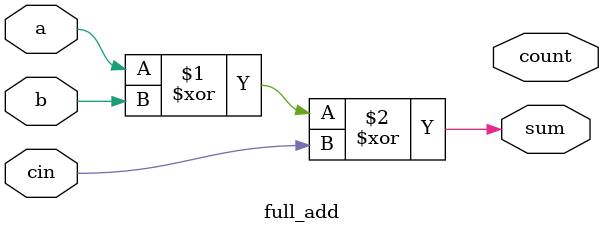
<source format=v>
/****************************************Copyright (c)**************************************************
**                                      Dongdong   Studio 
**                                     
**---------------------------------------File Info-----------------------------------------------------
** File name:			key_debounce
** Last modified Date:	2009-10-18
** Last Version:		1.0
** Descriptions:		key to debounce
**------------------------------------------------------------------------------------------------------
** Created by:		    dongdong
** Created date:		2009-10-18
** Version:				1.0
** Descriptions:		The original version
**
**------------------------------------------------------------------------------------------------------
** Modified by:			
** Modified date:		
** Version:				
** Descriptions:		
**
**------------------------------------------------------------------------------------------------------
********************************************************************************************************/
module full_add( 
					//input 
					a,
					b,
					cin,
				    //output 
					sum,
					count
                    );

//input ports

input                    a;     
input                    b;    
input                    cin;

//output ports
output                   sum;
output                   count;
//reg define 

//wire define 
wire                     sum;
wire                     count;
wire                     s1;
wire                     t1;
wire                     t2;
wire                     t3;
//parameter define 


/*******************************************************************************************************
**                              Main Program    
**  
********************************************************************************************************/

assign sum = a^b^cin;

assign cout = (a&b)|(b&cin)|(cin&a);
endmodule
//end of RTL code                       
</source>
